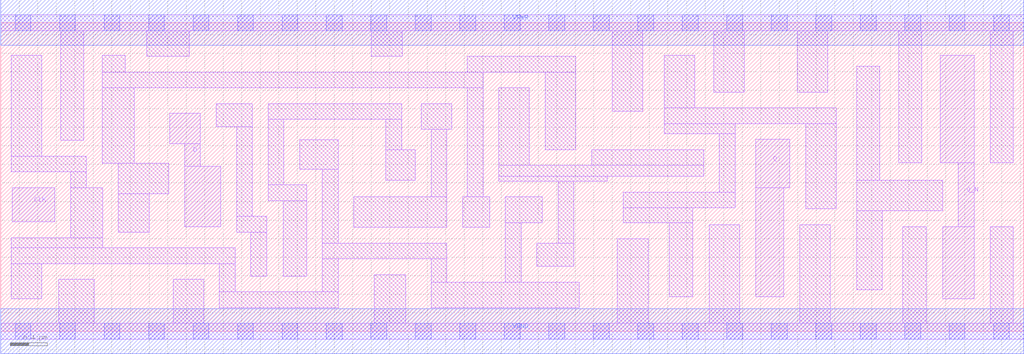
<source format=lef>
# Copyright 2020 The SkyWater PDK Authors
#
# Licensed under the Apache License, Version 2.0 (the "License");
# you may not use this file except in compliance with the License.
# You may obtain a copy of the License at
#
#     https://www.apache.org/licenses/LICENSE-2.0
#
# Unless required by applicable law or agreed to in writing, software
# distributed under the License is distributed on an "AS IS" BASIS,
# WITHOUT WARRANTIES OR CONDITIONS OF ANY KIND, either express or implied.
# See the License for the specific language governing permissions and
# limitations under the License.
#
# SPDX-License-Identifier: Apache-2.0

VERSION 5.7 ;
  NAMESCASESENSITIVE ON ;
  NOWIREEXTENSIONATPIN ON ;
  DIVIDERCHAR "/" ;
  BUSBITCHARS "[]" ;
UNITS
  DATABASE MICRONS 200 ;
END UNITS
MACRO sky130_fd_sc_hs__dfxbp_2
  CLASS CORE ;
  SOURCE USER ;
  FOREIGN sky130_fd_sc_hs__dfxbp_2 ;
  ORIGIN  0.000000  0.000000 ;
  SIZE  11.04000 BY  3.330000 ;
  SYMMETRY X Y ;
  SITE unit ;
  PIN D
    ANTENNAGATEAREA  0.126000 ;
    DIRECTION INPUT ;
    USE SIGNAL ;
    PORT
      LAYER li1 ;
        RECT 1.825000 2.025000 2.155000 2.355000 ;
        RECT 1.985000 1.125000 2.375000 1.780000 ;
        RECT 1.985000 1.780000 2.155000 2.025000 ;
    END
  END D
  PIN Q
    ANTENNADIFFAREA  0.543200 ;
    DIRECTION OUTPUT ;
    USE SIGNAL ;
    PORT
      LAYER li1 ;
        RECT 8.145000 0.370000 8.450000 1.550000 ;
        RECT 8.145000 1.550000 8.515000 2.070000 ;
    END
  END Q
  PIN Q_N
    ANTENNADIFFAREA  0.543200 ;
    DIRECTION OUTPUT ;
    USE SIGNAL ;
    PORT
      LAYER li1 ;
        RECT 10.140000 1.820000 10.505000 2.980000 ;
        RECT 10.165000 0.350000 10.505000 1.130000 ;
        RECT 10.335000 1.130000 10.505000 1.820000 ;
    END
  END Q_N
  PIN CLK
    ANTENNAGATEAREA  0.279000 ;
    DIRECTION INPUT ;
    USE CLOCK ;
    PORT
      LAYER li1 ;
        RECT 0.125000 1.180000 0.585000 1.550000 ;
    END
  END CLK
  PIN VGND
    DIRECTION INOUT ;
    USE GROUND ;
    PORT
      LAYER met1 ;
        RECT 0.000000 -0.245000 11.040000 0.245000 ;
    END
  END VGND
  PIN VPWR
    DIRECTION INOUT ;
    USE POWER ;
    PORT
      LAYER met1 ;
        RECT 0.000000 3.085000 11.040000 3.575000 ;
    END
  END VPWR
  OBS
    LAYER li1 ;
      RECT  0.000000 -0.085000 11.040000 0.085000 ;
      RECT  0.000000  3.245000 11.040000 3.415000 ;
      RECT  0.115000  0.350000  0.445000 0.730000 ;
      RECT  0.115000  0.730000  2.530000 0.900000 ;
      RECT  0.115000  0.900000  1.100000 1.010000 ;
      RECT  0.115000  1.720000  0.925000 1.890000 ;
      RECT  0.115000  1.890000  0.445000 2.980000 ;
      RECT  0.625000  0.085000  1.010000 0.560000 ;
      RECT  0.645000  2.060000  0.895000 3.245000 ;
      RECT  0.755000  1.010000  1.100000 1.550000 ;
      RECT  0.755000  1.550000  0.925000 1.720000 ;
      RECT  1.095000  1.815000  1.440000 2.625000 ;
      RECT  1.095000  2.625000  5.205000 2.795000 ;
      RECT  1.095000  2.795000  1.345000 2.980000 ;
      RECT  1.270000  1.070000  1.600000 1.485000 ;
      RECT  1.270000  1.485000  1.815000 1.815000 ;
      RECT  1.575000  2.965000  2.035000 3.245000 ;
      RECT  1.860000  0.085000  2.190000 0.560000 ;
      RECT  2.325000  2.205000  2.715000 2.455000 ;
      RECT  2.360000  0.255000  3.640000 0.425000 ;
      RECT  2.360000  0.425000  2.530000 0.730000 ;
      RECT  2.545000  1.070000  2.870000 1.240000 ;
      RECT  2.545000  1.240000  2.715000 2.205000 ;
      RECT  2.700000  0.595000  2.870000 1.070000 ;
      RECT  2.885000  1.410000  3.300000 1.580000 ;
      RECT  2.885000  1.580000  3.055000 2.285000 ;
      RECT  2.885000  2.285000  4.325000 2.455000 ;
      RECT  3.050000  0.595000  3.300000 1.410000 ;
      RECT  3.225000  1.750000  3.640000 2.065000 ;
      RECT  3.470000  0.425000  3.640000 0.780000 ;
      RECT  3.470000  0.780000  4.815000 0.950000 ;
      RECT  3.470000  0.950000  3.640000 1.750000 ;
      RECT  3.810000  1.120000  4.815000 1.450000 ;
      RECT  4.000000  2.965000  4.330000 3.245000 ;
      RECT  4.030000  0.085000  4.370000 0.610000 ;
      RECT  4.155000  1.630000  4.475000 1.960000 ;
      RECT  4.155000  1.960000  4.325000 2.285000 ;
      RECT  4.535000  2.180000  4.865000 2.455000 ;
      RECT  4.645000  0.255000  6.240000 0.530000 ;
      RECT  4.645000  0.530000  4.815000 0.780000 ;
      RECT  4.645000  1.450000  4.815000 2.180000 ;
      RECT  4.985000  1.120000  5.275000 1.450000 ;
      RECT  5.035000  1.450000  5.205000 2.625000 ;
      RECT  5.035000  2.795000  6.205000 2.965000 ;
      RECT  5.375000  1.620000  6.545000 1.670000 ;
      RECT  5.375000  1.670000  7.585000 1.790000 ;
      RECT  5.375000  1.790000  5.705000 2.625000 ;
      RECT  5.445000  0.530000  5.615000 1.170000 ;
      RECT  5.445000  1.170000  5.845000 1.450000 ;
      RECT  5.785000  0.700000  6.185000 0.950000 ;
      RECT  5.875000  1.960000  6.205000 2.795000 ;
      RECT  6.015000  0.950000  6.185000 1.620000 ;
      RECT  6.375000  1.790000  7.585000 1.960000 ;
      RECT  6.600000  2.375000  6.930000 3.245000 ;
      RECT  6.655000  0.085000  6.985000 1.000000 ;
      RECT  6.715000  1.170000  7.465000 1.330000 ;
      RECT  6.715000  1.330000  7.925000 1.500000 ;
      RECT  7.160000  2.130000  7.925000 2.240000 ;
      RECT  7.160000  2.240000  9.015000 2.410000 ;
      RECT  7.160000  2.410000  7.490000 2.980000 ;
      RECT  7.215000  0.370000  7.465000 1.170000 ;
      RECT  7.645000  0.085000  7.975000 1.150000 ;
      RECT  7.695000  2.580000  8.025000 3.245000 ;
      RECT  7.755000  1.500000  7.925000 2.130000 ;
      RECT  8.595000  2.580000  8.925000 3.245000 ;
      RECT  8.620000  0.085000  8.950000 1.150000 ;
      RECT  8.685000  1.320000  9.015000 2.240000 ;
      RECT  9.235000  0.450000  9.510000 1.300000 ;
      RECT  9.235000  1.300000 10.165000 1.630000 ;
      RECT  9.235000  1.630000  9.485000 2.860000 ;
      RECT  9.690000  1.820000  9.940000 3.245000 ;
      RECT  9.735000  0.085000  9.985000 1.130000 ;
      RECT 10.675000  0.085000 10.925000 1.130000 ;
      RECT 10.675000  1.820000 10.925000 3.245000 ;
    LAYER mcon ;
      RECT  0.155000 -0.085000  0.325000 0.085000 ;
      RECT  0.155000  3.245000  0.325000 3.415000 ;
      RECT  0.635000 -0.085000  0.805000 0.085000 ;
      RECT  0.635000  3.245000  0.805000 3.415000 ;
      RECT  1.115000 -0.085000  1.285000 0.085000 ;
      RECT  1.115000  3.245000  1.285000 3.415000 ;
      RECT  1.595000 -0.085000  1.765000 0.085000 ;
      RECT  1.595000  3.245000  1.765000 3.415000 ;
      RECT  2.075000 -0.085000  2.245000 0.085000 ;
      RECT  2.075000  3.245000  2.245000 3.415000 ;
      RECT  2.555000 -0.085000  2.725000 0.085000 ;
      RECT  2.555000  3.245000  2.725000 3.415000 ;
      RECT  3.035000 -0.085000  3.205000 0.085000 ;
      RECT  3.035000  3.245000  3.205000 3.415000 ;
      RECT  3.515000 -0.085000  3.685000 0.085000 ;
      RECT  3.515000  3.245000  3.685000 3.415000 ;
      RECT  3.995000 -0.085000  4.165000 0.085000 ;
      RECT  3.995000  3.245000  4.165000 3.415000 ;
      RECT  4.475000 -0.085000  4.645000 0.085000 ;
      RECT  4.475000  3.245000  4.645000 3.415000 ;
      RECT  4.955000 -0.085000  5.125000 0.085000 ;
      RECT  4.955000  3.245000  5.125000 3.415000 ;
      RECT  5.435000 -0.085000  5.605000 0.085000 ;
      RECT  5.435000  3.245000  5.605000 3.415000 ;
      RECT  5.915000 -0.085000  6.085000 0.085000 ;
      RECT  5.915000  3.245000  6.085000 3.415000 ;
      RECT  6.395000 -0.085000  6.565000 0.085000 ;
      RECT  6.395000  3.245000  6.565000 3.415000 ;
      RECT  6.875000 -0.085000  7.045000 0.085000 ;
      RECT  6.875000  3.245000  7.045000 3.415000 ;
      RECT  7.355000 -0.085000  7.525000 0.085000 ;
      RECT  7.355000  3.245000  7.525000 3.415000 ;
      RECT  7.835000 -0.085000  8.005000 0.085000 ;
      RECT  7.835000  3.245000  8.005000 3.415000 ;
      RECT  8.315000 -0.085000  8.485000 0.085000 ;
      RECT  8.315000  3.245000  8.485000 3.415000 ;
      RECT  8.795000 -0.085000  8.965000 0.085000 ;
      RECT  8.795000  3.245000  8.965000 3.415000 ;
      RECT  9.275000 -0.085000  9.445000 0.085000 ;
      RECT  9.275000  3.245000  9.445000 3.415000 ;
      RECT  9.755000 -0.085000  9.925000 0.085000 ;
      RECT  9.755000  3.245000  9.925000 3.415000 ;
      RECT 10.235000 -0.085000 10.405000 0.085000 ;
      RECT 10.235000  3.245000 10.405000 3.415000 ;
      RECT 10.715000 -0.085000 10.885000 0.085000 ;
      RECT 10.715000  3.245000 10.885000 3.415000 ;
  END
END sky130_fd_sc_hs__dfxbp_2
END LIBRARY

</source>
